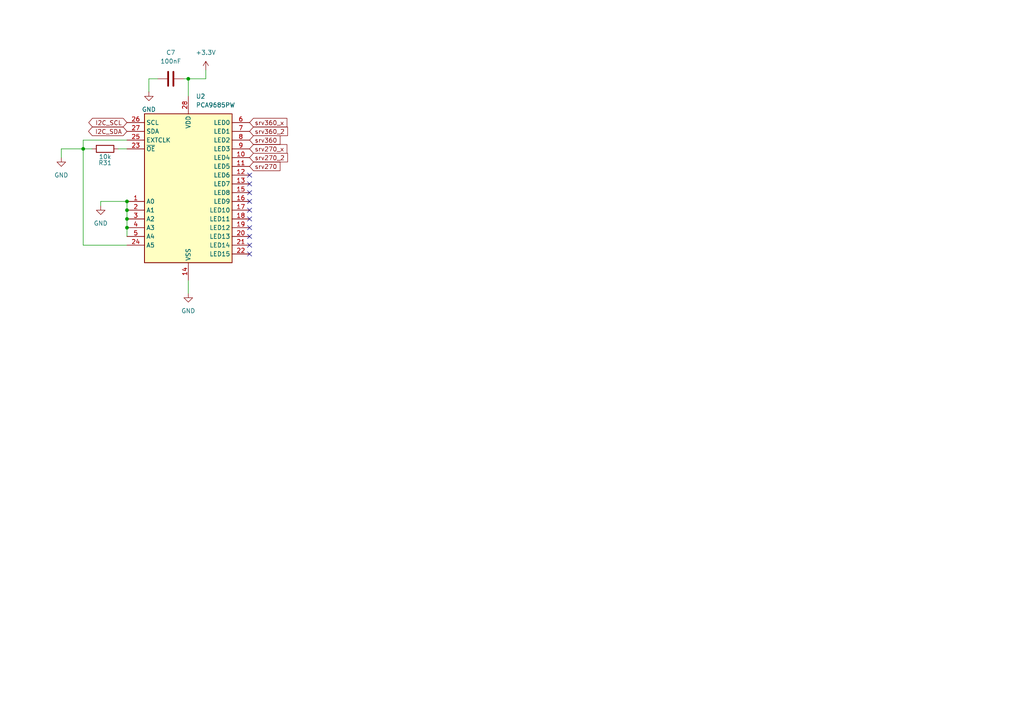
<source format=kicad_sch>
(kicad_sch (version 20231120) (generator "eeschema") (generator_version "8.0")
  (paper "A4")
  (lib_symbols
    (symbol "Device:C" (pin_numbers hide) (pin_names (offset 0.254))
      (property "Reference" "C" (at 0.635 2.54 0))
      (property "Value" "C" (at 0.635 -2.54 0))
      (symbol "C_0_1"
        (polyline (pts (xy -2.032 -0.762) (xy 2.032 -0.762)) (stroke (width 0.508)))
        (polyline (pts (xy -2.032 0.762) (xy 2.032 0.762)) (stroke (width 0.508)))
      )
      (symbol "C_1_1"
        (pin passive line (at 0 3.81 270) (length 2.794) (name "~") (number "1"))
        (pin passive line (at 0 -3.81 90) (length 2.794) (name "~") (number "2"))
      )
    )
    (symbol "Device:R" (pin_numbers hide) (pin_names (offset 0))
      (property "Reference" "R" (at 2.032 0 90))
      (property "Value" "R" (at 0 0 90))
      (symbol "R_0_1"
        (rectangle (start -1.016 -2.54) (end 1.016 2.54) (stroke (width 0.254)))
      )
      (symbol "R_1_1"
        (pin passive line (at 0 3.81 270) (length 1.27) (name "~") (number "1"))
        (pin passive line (at 0 -3.81 90) (length 1.27) (name "~") (number "2"))
      )
    )
    (symbol "Driver_LED:PCA9685PW"
      (property "Reference" "U" (at -12.7 22.225 0))
      (property "Value" "PCA9685PW" (at 1.27 22.225 0))
      (symbol "PCA9685PW_0_1"
        (rectangle (start -12.7 20.32) (end 12.7 -22.86) (stroke (width 0.254)) (fill (type background)))
      )
      (symbol "PCA9685PW_1_1"
        (pin input line (at -17.78 -5.08 0) (length 5.08) (name "A0") (number "1"))
        (pin output line (at 17.78 7.62 180) (length 5.08) (name "LED4") (number "10"))
        (pin output line (at 17.78 5.08 180) (length 5.08) (name "LED5") (number "11"))
        (pin output line (at 17.78 2.54 180) (length 5.08) (name "LED6") (number "12"))
        (pin output line (at 17.78 0 180) (length 5.08) (name "LED7") (number "13"))
        (pin power_in line (at 0 -27.94 90) (length 5.08) (name "VSS") (number "14"))
        (pin output line (at 17.78 -2.54 180) (length 5.08) (name "LED8") (number "15"))
        (pin output line (at 17.78 -5.08 180) (length 5.08) (name "LED9") (number "16"))
        (pin output line (at 17.78 -7.62 180) (length 5.08) (name "LED10") (number "17"))
        (pin output line (at 17.78 -10.16 180) (length 5.08) (name "LED11") (number "18"))
        (pin output line (at 17.78 -12.7 180) (length 5.08) (name "LED12") (number "19"))
        (pin input line (at -17.78 -7.62 0) (length 5.08) (name "A1") (number "2"))
        (pin output line (at 17.78 -15.24 180) (length 5.08) (name "LED13") (number "20"))
        (pin output line (at 17.78 -17.78 180) (length 5.08) (name "LED14") (number "21"))
        (pin output line (at 17.78 -20.32 180) (length 5.08) (name "LED15") (number "22"))
        (pin input line (at -17.78 10.16 0) (length 5.08) (name "~{OE}") (number "23"))
        (pin input line (at -17.78 -17.78 0) (length 5.08) (name "A5") (number "24"))
        (pin input line (at -17.78 12.7 0) (length 5.08) (name "EXTCLK") (number "25"))
        (pin input line (at -17.78 17.78 0) (length 5.08) (name "SCL") (number "26"))
        (pin bidirectional line (at -17.78 15.24 0) (length 5.08) (name "SDA") (number "27"))
        (pin power_in line (at 0 25.4 270) (length 5.08) (name "VDD") (number "28"))
        (pin input line (at -17.78 -10.16 0) (length 5.08) (name "A2") (number "3"))
        (pin input line (at -17.78 -12.7 0) (length 5.08) (name "A3") (number "4"))
        (pin input line (at -17.78 -15.24 0) (length 5.08) (name "A4") (number "5"))
        (pin output line (at 17.78 17.78 180) (length 5.08) (name "LED0") (number "6"))
        (pin output line (at 17.78 15.24 180) (length 5.08) (name "LED1") (number "7"))
        (pin output line (at 17.78 12.7 180) (length 5.08) (name "LED2") (number "8"))
        (pin output line (at 17.78 10.16 180) (length 5.08) (name "LED3") (number "9"))
      )
    )
    (symbol "power:+3.3V" (power) (pin_numbers hide) (pin_names (offset 0) hide)
      (property "Value" "+3.3V" (at 0 3.556 0))
      (symbol "+3.3V_0_1"
        (polyline (pts (xy -0.762 1.27) (xy 0 2.54)))
        (polyline (pts (xy 0 0) (xy 0 2.54)))
        (polyline (pts (xy 0 2.54) (xy 0.762 1.27)))
      )
      (symbol "+3.3V_1_1"
        (pin power_in line (at 0 0 90) (length 0) (name "~") (number "1"))
      )
    )
    (symbol "power:GND" (power) (pin_numbers hide) (pin_names (offset 0) hide)
      (property "Value" "GND" (at 0 -3.81 0))
      (symbol "GND_0_1"
        (polyline (pts (xy 0 0) (xy 0 -1.27) (xy 1.27 -1.27) (xy 0 -2.54) (xy -1.27 -1.27) (xy 0 -1.27)))
      )
      (symbol "GND_1_1"
        (pin power_in line (at 0 0 270) (length 0) (name "~") (number "1"))
      )
    )
  )
  (junction (at 36.83 63.5))
  (junction (at 36.83 60.96))
  (junction (at 36.83 66.04))
  (junction (at 24.13 43.18))
  (junction (at 54.61 22.86))
  (junction (at 36.83 58.42))
  (no_connect (at 72.39 53.34))
  (no_connect (at 72.39 73.66))
  (no_connect (at 72.39 50.8))
  (no_connect (at 72.39 63.5))
  (no_connect (at 72.39 60.96))
  (no_connect (at 72.39 66.04))
  (no_connect (at 72.39 55.88))
  (no_connect (at 72.39 68.58))
  (no_connect (at 72.39 71.12))
  (no_connect (at 72.39 58.42))
  (wire (pts (xy 54.61 85.09) (xy 54.61 81.28)))
  (wire (pts (xy 54.61 22.86) (xy 53.34 22.86)))
  (wire (pts (xy 24.13 40.64) (xy 36.83 40.64)))
  (wire (pts (xy 36.83 60.96) (xy 36.83 58.42)))
  (wire (pts (xy 24.13 71.12) (xy 24.13 43.18)))
  (wire (pts (xy 24.13 43.18) (xy 17.78 43.18)))
  (wire (pts (xy 36.83 63.5) (xy 36.83 60.96)))
  (wire (pts (xy 17.78 43.18) (xy 17.78 45.72)))
  (wire (pts (xy 36.83 71.12) (xy 24.13 71.12)))
  (wire (pts (xy 29.21 58.42) (xy 29.21 59.69)))
  (wire (pts (xy 36.83 66.04) (xy 36.83 63.5)))
  (wire (pts (xy 36.83 68.58) (xy 36.83 66.04)))
  (wire (pts (xy 45.72 22.86) (xy 43.18 22.86)))
  (wire (pts (xy 43.18 22.86) (xy 43.18 26.67)))
  (wire (pts (xy 59.69 22.86) (xy 54.61 22.86)))
  (wire (pts (xy 24.13 43.18) (xy 24.13 40.64)))
  (wire (pts (xy 36.83 58.42) (xy 29.21 58.42)))
  (wire (pts (xy 24.13 43.18) (xy 26.67 43.18)))
  (wire (pts (xy 34.29 43.18) (xy 36.83 43.18)))
  (wire (pts (xy 54.61 22.86) (xy 54.61 27.94)))
  (wire (pts (xy 59.69 20.32) (xy 59.69 22.86)))
  (text "PWM checklist:\nDONE\n" (at 6.858 -2.286 0) (effects (font (size 1.27 1.27))))
  (global_label "srv270_2" (shape input) (at 72.39 45.72 0) (property "Intersheetrefs" "${INTERSHEET_REFS}" (effects (hide yes))))
  (global_label "srv270" (shape input) (at 72.39 48.26 0) (property "Intersheetrefs" "${INTERSHEET_REFS}" (effects (hide yes))))
  (global_label "I2C_SDA" (shape bidirectional) (at 36.83 38.1 180) (property "Intersheetrefs" "${INTERSHEET_REFS}" (effects (hide yes))))
  (global_label "srv360_2" (shape input) (at 72.39 38.1 0) (property "Intersheetrefs" "${INTERSHEET_REFS}" (effects (hide yes))))
  (global_label "srv360_x" (shape input) (at 72.39 35.56 0) (property "Intersheetrefs" "${INTERSHEET_REFS}" (effects (hide yes))))
  (global_label "srv360" (shape input) (at 72.39 40.64 0) (property "Intersheetrefs" "${INTERSHEET_REFS}" (effects (hide yes))))
  (global_label "srv270_x" (shape input) (at 72.39 43.18 0) (property "Intersheetrefs" "${INTERSHEET_REFS}" (effects (hide yes))))
  (global_label "I2C_SCL" (shape bidirectional) (at 36.83 35.56 180) (property "Intersheetrefs" "${INTERSHEET_REFS}" (effects (hide yes))))
  (symbol (lib_id "power:GND") (at 54.61 85.09 0) (unit 1)
    (property "Reference" "#PWR090" (effects (hide yes)))
    (property "Value" "GND" (at 54.61 90.17 0))
    (property "Description" "Power symbol creates a global label with name \"GND\" , ground" (effects (hide yes)))
  )
  (symbol (lib_id "Device:C") (at 49.53 22.86 90) (unit 1)
    (property "Reference" "C7" (at 49.53 15.24 90))
    (property "Value" "100nF" (at 49.53 17.78 90))
    (property "Footprint" "Capacitor_SMD:C_0603_1608Metric" (effects (hide yes)))
    (property "Description" "Unpolarized capacitor" (effects (hide yes)))
  )
  (symbol (lib_id "power:GND") (at 29.21 59.69 0) (unit 1)
    (property "Reference" "#PWR089" (effects (hide yes)))
    (property "Value" "GND" (at 29.21 64.77 0))
    (property "Description" "Power symbol creates a global label with name \"GND\" , ground" (effects (hide yes)))
  )
  (symbol (lib_id "Driver_LED:PCA9685PW") (at 54.61 53.34 0) (unit 1)
    (property "Reference" "U2" (at 56.8041 27.94 0) (effects (justify left)))
    (property "Value" "PCA9685PW" (at 56.8041 30.48 0) (effects (justify left)))
    (property "Footprint" "Package_SO:TSSOP-28_4.4x9.7mm_P0.65mm" (effects (hide yes)))
    (property "Datasheet" "http://www.nxp.com/docs/en/data-sheet/PCA9685.pdf" (effects (hide yes)))
    (property "Description" "16-channel 12-bit PWM Fm+ I2C-bus LED controller RGBA TSSOP" (effects (hide yes)))
  )
  (symbol (lib_id "power:+3.3V") (at 59.69 20.32 0) (unit 1)
    (property "Reference" "#PWR093" (effects (hide yes)))
    (property "Value" "+3.3V" (at 59.69 15.24 0))
    (property "Description" "Power symbol creates a global label with name \"+3.3V\"" (effects (hide yes)))
  )
  (symbol (lib_id "Device:R") (at 30.48 43.18 90) (unit 1)
    (property "Reference" "R31" (at 30.48 47.244 90))
    (property "Value" "10k" (at 30.48 45.466 90))
    (property "Footprint" "Resistor_SMD:R_0603_1608Metric" (effects (hide yes)))
    (property "Description" "Resistor" (effects (hide yes)))
  )
  (symbol (lib_id "power:GND") (at 43.18 26.67 0) (unit 1)
    (property "Reference" "#PWR092" (effects (hide yes)))
    (property "Value" "GND" (at 43.18 31.75 0))
    (property "Description" "Power symbol creates a global label with name \"GND\" , ground" (effects (hide yes)))
  )
  (symbol (lib_id "power:GND") (at 17.78 45.72 0) (unit 1)
    (property "Reference" "#PWR091" (effects (hide yes)))
    (property "Value" "GND" (at 17.78 50.8 0))
    (property "Description" "Power symbol creates a global label with name \"GND\" , ground" (effects (hide yes)))
  )
)
</source>
